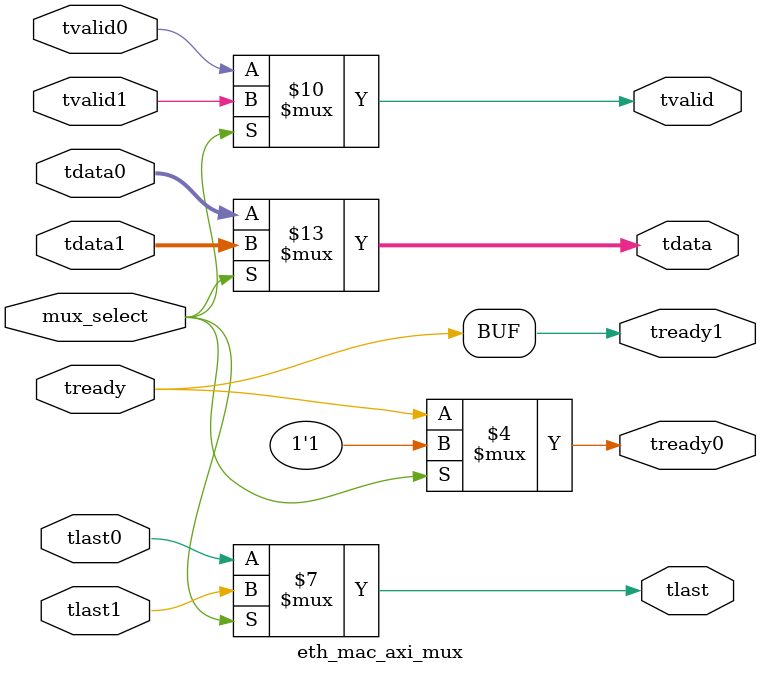
<source format=v>

`timescale 1 ps/1 ps

module eth_mac_axi_mux (
   input                   mux_select,

   // mux inputs
   input       [7:0]       tdata0,
   input                   tvalid0,
   input                   tlast0,
   output reg              tready0,
   
   input       [7:0]       tdata1,
   input                   tvalid1,
   input                   tlast1,
   output reg              tready1,
   
   // mux outputs
   output reg  [7:0]       tdata,
   output reg              tvalid,
   output reg              tlast,
   input                   tready
);

always @(mux_select or tdata0 or tvalid0 or tlast0 or tdata1 or 
         tvalid1 or tlast1)
begin
   if (mux_select) begin
      tdata    = tdata1;
      tvalid   = tvalid1;
      tlast    = tlast1;
   end
   else begin
      tdata    = tdata0;
      tvalid   = tvalid0;
      tlast    = tlast0;
   end
end

always @(mux_select or tready)
begin
   if (mux_select) begin
      tready0     = 1'b1;
   end
   else begin
      tready0     = tready;
   end
   tready1     = tready;
end

endmodule

</source>
